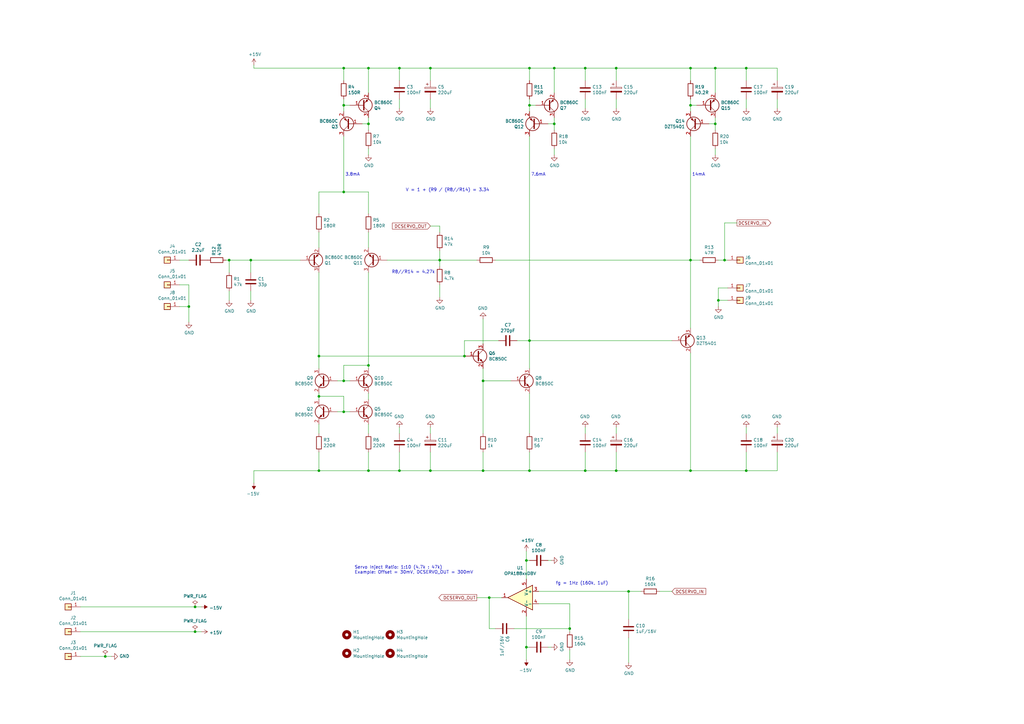
<source format=kicad_sch>
(kicad_sch (version 20211123) (generator eeschema)
  (paper "A3")
  (title_block (title "Discrete Pre-Amp") (date "2022-12-29") (rev "V8 BC850C/BC860C"))
  (lib_symbols
    (symbol "Amplifier_Operational:OPA188xxDBV" (pin_names (offset 0.127))
      (property "Reference" "U" (at 0 5.08 0))
      (property "Value" "OPA188xxDBV" (at 0 -5.08 0))
      (symbol "OPA188xxDBV_0_1"
        (polyline (pts (xy -5.08 5.08) (xy 5.08 0) (xy -5.08 -5.08) (xy -5.08 5.08)) (stroke (width 0.254)) (fill (type background)))
        (pin power_in line (at -2.54 -7.62 90) (length 3.81) (name "V-") (number "2"))
        (pin power_in line (at -2.54 7.62 270) (length 3.81) (name "V+") (number "5"))
      )
      (symbol "OPA188xxDBV_1_1"
        (pin output line (at 7.62 0 180) (length 2.54) (name "~") (number "1"))
        (pin input line (at -7.62 2.54 0) (length 2.54) (name "+") (number "3"))
        (pin input line (at -7.62 -2.54 0) (length 2.54) (name "-") (number "4"))
      )
    )
    (symbol "Connector_Generic:Conn_01x01" (pin_names (offset 1.016) hide)
      (property "Reference" "J" (at 0 2.54 0))
      (property "Value" "Conn_01x01" (at 0 -2.54 0))
      (symbol "Conn_01x01_1_1"
        (rectangle (start -1.27 0.127) (end 0 -0.127) (stroke (width 0.1524)))
        (rectangle (start -1.27 1.27) (end 1.27 -1.27) (stroke (width 0.254)) (fill (type background)))
        (pin passive line (at -5.08 0 0) (length 3.81) (name "Pin_1") (number "1"))
      )
    )
    (symbol "Device:C" (pin_numbers hide) (pin_names (offset 0.254))
      (property "Reference" "C" (at 0.635 2.54 0))
      (property "Value" "C" (at 0.635 -2.54 0))
      (symbol "C_0_1"
        (polyline (pts (xy -2.032 -0.762) (xy 2.032 -0.762)) (stroke (width 0.508)))
        (polyline (pts (xy -2.032 0.762) (xy 2.032 0.762)) (stroke (width 0.508)))
      )
      (symbol "C_1_1"
        (pin passive line (at 0 3.81 270) (length 2.794) (name "~") (number "1"))
        (pin passive line (at 0 -3.81 90) (length 2.794) (name "~") (number "2"))
      )
    )
    (symbol "Device:C_Polarized" (pin_numbers hide) (pin_names (offset 0.254))
      (property "Reference" "C" (at 0.635 2.54 0))
      (property "Value" "C_Polarized" (at 0.635 -2.54 0))
      (symbol "C_Polarized_0_1"
        (rectangle (start -2.286 0.508) (end 2.286 1.016))
        (polyline (pts (xy -1.778 2.286) (xy -0.762 2.286)))
        (polyline (pts (xy -1.27 2.794) (xy -1.27 1.778)))
        (rectangle (start 2.286 -0.508) (end -2.286 -1.016) (fill (type outline)))
      )
      (symbol "C_Polarized_1_1"
        (pin passive line (at 0 3.81 270) (length 2.794) (name "~") (number "1"))
        (pin passive line (at 0 -3.81 90) (length 2.794) (name "~") (number "2"))
      )
    )
    (symbol "Device:R" (pin_numbers hide) (pin_names (offset 0))
      (property "Reference" "R" (at 2.032 0 90))
      (property "Value" "R" (at 0 0 90))
      (symbol "R_0_1"
        (rectangle (start -1.016 -2.54) (end 1.016 2.54) (stroke (width 0.254)))
      )
      (symbol "R_1_1"
        (pin passive line (at 0 3.81 270) (length 1.27) (name "~") (number "1"))
        (pin passive line (at 0 -3.81 90) (length 1.27) (name "~") (number "2"))
      )
    )
    (symbol "Mechanical:MountingHole" (pin_names (offset 1.016))
      (property "Reference" "H" (at 0 5.08 0))
      (property "Value" "MountingHole" (at 0 3.175 0))
      (symbol "MountingHole_0_1"
        (circle (center 0 0) (radius 1.27) (stroke (width 1.27)))
      )
    )
    (symbol "Transistor_BJT:BC850" (pin_names (offset 0) hide)
      (property "Reference" "Q" (at 5.08 1.905 0))
      (property "Value" "BC850" (at 5.08 0 0))
      (symbol "BC850_0_1"
        (polyline (pts (xy 0.635 0.635) (xy 2.54 2.54)))
        (polyline (pts (xy 0.635 -0.635) (xy 2.54 -2.54) (xy 2.54 -2.54)))
        (polyline (pts (xy 0.635 1.905) (xy 0.635 -1.905) (xy 0.635 -1.905)) (stroke (width 0.508)))
        (polyline (pts (xy 1.27 -1.778) (xy 1.778 -1.27) (xy 2.286 -2.286) (xy 1.27 -1.778) (xy 1.27 -1.778)) (fill (type outline)))
        (circle (center 1.27 0) (radius 2.8194) (stroke (width 0.254)))
      )
      (symbol "BC850_1_1"
        (pin input line (at -5.08 0 0) (length 5.715) (name "B") (number "1"))
        (pin passive line (at 2.54 -5.08 90) (length 2.54) (name "E") (number "2"))
        (pin passive line (at 2.54 5.08 270) (length 2.54) (name "C") (number "3"))
      )
    )
    (symbol "Transistor_BJT:BC860" (pin_names (offset 0) hide)
      (property "Reference" "Q" (at 5.08 1.905 0))
      (property "Value" "BC860" (at 5.08 0 0))
      (symbol "BC860_0_1"
        (polyline (pts (xy 0.635 0.635) (xy 2.54 2.54)))
        (polyline (pts (xy 0.635 -0.635) (xy 2.54 -2.54) (xy 2.54 -2.54)))
        (polyline (pts (xy 0.635 1.905) (xy 0.635 -1.905) (xy 0.635 -1.905)) (stroke (width 0.508)))
        (polyline (pts (xy 2.286 -1.778) (xy 1.778 -2.286) (xy 1.27 -1.27) (xy 2.286 -1.778) (xy 2.286 -1.778)) (fill (type outline)))
        (circle (center 1.27 0) (radius 2.8194) (stroke (width 0.254)))
      )
      (symbol "BC860_1_1"
        (pin input line (at -5.08 0 0) (length 5.715) (name "B") (number "1"))
        (pin passive line (at 2.54 -5.08 90) (length 2.54) (name "E") (number "2"))
        (pin passive line (at 2.54 5.08 270) (length 2.54) (name "C") (number "3"))
      )
    )
    (symbol "kicad-snk:DZT5401" (pin_names (offset 0) hide)
      (property "Reference" "Q" (at 5.08 1.905 0))
      (property "Value" "kicad-snk_DZT5401" (at 5.08 0 0))
      (symbol "DZT5401_0_1"
        (polyline (pts (xy 0.635 0.635) (xy 2.54 2.54)))
        (polyline (pts (xy 0.635 -0.635) (xy 2.54 -2.54) (xy 2.54 -2.54)))
        (polyline (pts (xy 0.635 1.905) (xy 0.635 -1.905) (xy 0.635 -1.905)) (stroke (width 0.508)))
        (polyline (pts (xy 2.286 -1.778) (xy 1.778 -2.286) (xy 1.27 -1.27) (xy 2.286 -1.778) (xy 2.286 -1.778)) (fill (type outline)))
        (circle (center 1.27 0) (radius 2.8194) (stroke (width 0.254)))
      )
      (symbol "DZT5401_1_1"
        (pin input line (at -5.08 0 0) (length 5.715) (name "B") (number "1"))
        (pin passive line (at 2.54 5.08 270) (length 2.54) (name "C") (number "2"))
        (pin passive line (at 2.54 -5.08 90) (length 2.54) (name "E") (number "3"))
      )
    )
    (symbol "power:+15V" (power) (pin_names (offset 0))
      (property "Value" "+15V" (at 0 3.556 0))
      (symbol "+15V_0_1"
        (polyline (pts (xy -0.762 1.27) (xy 0 2.54)))
        (polyline (pts (xy 0 0) (xy 0 2.54)))
        (polyline (pts (xy 0 2.54) (xy 0.762 1.27)))
      )
      (symbol "+15V_1_1"
        (pin power_in line (at 0 0 90) (length 0) hide (name "+15V") (number "1"))
      )
    )
    (symbol "power:-15V" (power) (pin_names (offset 0))
      (property "Value" "-15V" (at 0 3.81 0))
      (symbol "-15V_0_0"
        (pin power_in line (at 0 0 90) (length 0) hide (name "-15V") (number "1"))
      )
      (symbol "-15V_0_1"
        (polyline (pts (xy 0 0) (xy 0 1.27) (xy 0.762 1.27) (xy 0 2.54) (xy -0.762 1.27) (xy 0 1.27)) (fill (type outline)))
      )
    )
    (symbol "power:GND" (power) (pin_names (offset 0))
      (property "Value" "GND" (at 0 -3.81 0))
      (symbol "GND_0_1"
        (polyline (pts (xy 0 0) (xy 0 -1.27) (xy 1.27 -1.27) (xy 0 -2.54) (xy -1.27 -1.27) (xy 0 -1.27)))
      )
      (symbol "GND_1_1"
        (pin power_in line (at 0 0 270) (length 0) hide (name "GND") (number "1"))
      )
    )
    (symbol "power:PWR_FLAG" (power) (pin_numbers hide) (pin_names (offset 0) hide)
      (property "Value" "PWR_FLAG" (at 0 3.81 0))
      (symbol "PWR_FLAG_0_0"
        (pin power_out line (at 0 0 90) (length 0) (name "pwr") (number "1"))
      )
      (symbol "PWR_FLAG_0_1"
        (polyline (pts (xy 0 0) (xy 0 1.27) (xy -1.016 1.905) (xy 0 2.54) (xy 1.016 1.905) (xy 0 1.27)))
      )
    )
  )
  (junction (at 140.97 43.18))
  (junction (at 163.83 193.04))
  (junction (at 140.97 168.91))
  (junction (at 80.01 248.92))
  (junction (at 140.97 156.21))
  (junction (at 227.33 27.94))
  (junction (at 151.13 149.86))
  (junction (at 80.01 259.08))
  (junction (at 294.64 123.19))
  (junction (at 227.33 50.8))
  (junction (at 293.37 50.8))
  (junction (at 102.87 106.68))
  (junction (at 130.81 162.56))
  (junction (at 93.98 106.68))
  (junction (at 198.12 156.21))
  (junction (at 297.18 106.68))
  (junction (at 140.97 27.94))
  (junction (at 176.53 27.94))
  (junction (at 283.21 106.68))
  (junction (at 217.17 193.04))
  (junction (at 198.12 193.04))
  (junction (at 240.03 193.04))
  (junction (at 293.37 27.94))
  (junction (at 151.13 193.04))
  (junction (at 217.17 139.7))
  (junction (at 163.83 27.94))
  (junction (at 252.73 193.04))
  (junction (at 240.03 27.94))
  (junction (at 215.9 265.43))
  (junction (at 130.81 193.04))
  (junction (at 215.9 229.87))
  (junction (at 77.47 125.73))
  (junction (at 233.68 257.81))
  (junction (at 151.13 27.94))
  (junction (at 283.21 27.94))
  (junction (at 140.97 78.74))
  (junction (at 130.81 146.05))
  (junction (at 43.18 269.24))
  (junction (at 151.13 50.8))
  (junction (at 257.81 242.57))
  (junction (at 217.17 27.94))
  (junction (at 200.66 245.11))
  (junction (at 306.07 193.04))
  (junction (at 176.53 193.04))
  (junction (at 190.5 146.05))
  (junction (at 217.17 43.18))
  (junction (at 252.73 27.94))
  (junction (at 306.07 27.94))
  (junction (at 283.21 193.04))
  (junction (at 283.21 43.18))
  (junction (at 180.34 106.68))
  (wire (pts (xy 298.45 106.68) (xy 297.18 106.68)))
  (wire (pts (xy 33.02 259.08) (xy 80.01 259.08)))
  (wire (pts (xy 190.5 139.7) (xy 204.47 139.7)))
  (wire (pts (xy 77.47 116.84) (xy 77.47 125.73)))
  (wire (pts (xy 302.26 91.44) (xy 297.18 91.44)))
  (wire (pts (xy 212.09 139.7) (xy 217.17 139.7)))
  (wire (pts (xy 233.68 266.7) (xy 233.68 270.51)))
  (wire (pts (xy 252.73 177.8) (xy 252.73 175.26)))
  (wire (pts (xy 203.2 257.81) (xy 200.66 257.81)))
  (wire (pts (xy 217.17 185.42) (xy 217.17 193.04)))
  (wire (pts (xy 163.83 27.94) (xy 176.53 27.94)))
  (wire (pts (xy 176.53 40.64) (xy 176.53 44.45)))
  (wire (pts (xy 130.81 193.04) (xy 130.81 185.42)))
  (wire (pts (xy 130.81 146.05) (xy 130.81 151.13)))
  (wire (pts (xy 283.21 55.88) (xy 283.21 106.68)))
  (wire (pts (xy 298.45 118.11) (xy 294.64 118.11)))
  (wire (pts (xy 227.33 60.96) (xy 227.33 63.5)))
  (wire (pts (xy 198.12 151.13) (xy 198.12 156.21)))
  (wire (pts (xy 104.14 27.94) (xy 140.97 27.94)))
  (wire (pts (xy 240.03 193.04) (xy 240.03 185.42)))
  (wire (pts (xy 227.33 27.94) (xy 240.03 27.94)))
  (wire (pts (xy 73.66 125.73) (xy 77.47 125.73)))
  (wire (pts (xy 217.17 229.87) (xy 215.9 229.87)))
  (wire (pts (xy 233.68 259.08) (xy 233.68 257.81)))
  (wire (pts (xy 195.58 245.11) (xy 200.66 245.11)))
  (wire (pts (xy 217.17 27.94) (xy 217.17 33.02)))
  (wire (pts (xy 217.17 43.18) (xy 219.71 43.18)))
  (wire (pts (xy 252.73 33.02) (xy 252.73 27.94)))
  (wire (pts (xy 151.13 193.04) (xy 130.81 193.04)))
  (wire (pts (xy 140.97 78.74) (xy 130.81 78.74)))
  (wire (pts (xy 217.17 27.94) (xy 227.33 27.94)))
  (wire (pts (xy 293.37 27.94) (xy 293.37 38.1)))
  (wire (pts (xy 138.43 168.91) (xy 140.97 168.91)))
  (wire (pts (xy 198.12 193.04) (xy 217.17 193.04)))
  (wire (pts (xy 151.13 78.74) (xy 140.97 78.74)))
  (wire (pts (xy 270.51 242.57) (xy 275.59 242.57)))
  (wire (pts (xy 240.03 27.94) (xy 252.73 27.94)))
  (wire (pts (xy 130.81 177.8) (xy 130.81 173.99)))
  (wire (pts (xy 220.98 242.57) (xy 257.81 242.57)))
  (wire (pts (xy 293.37 27.94) (xy 306.07 27.94)))
  (wire (pts (xy 140.97 27.94) (xy 151.13 27.94)))
  (wire (pts (xy 180.34 106.68) (xy 195.58 106.68)))
  (wire (pts (xy 138.43 156.21) (xy 140.97 156.21)))
  (wire (pts (xy 151.13 27.94) (xy 151.13 38.1)))
  (wire (pts (xy 210.82 257.81) (xy 233.68 257.81)))
  (wire (pts (xy 240.03 177.8) (xy 240.03 175.26)))
  (wire (pts (xy 140.97 156.21) (xy 143.51 156.21)))
  (wire (pts (xy 104.14 198.12) (xy 104.14 193.04)))
  (wire (pts (xy 102.87 111.76) (xy 102.87 106.68)))
  (wire (pts (xy 293.37 60.96) (xy 293.37 63.5)))
  (wire (pts (xy 140.97 43.18) (xy 140.97 45.72)))
  (wire (pts (xy 73.66 106.68) (xy 77.47 106.68)))
  (wire (pts (xy 151.13 87.63) (xy 151.13 78.74)))
  (wire (pts (xy 290.83 50.8) (xy 293.37 50.8)))
  (wire (pts (xy 283.21 27.94) (xy 283.21 33.02)))
  (wire (pts (xy 158.75 106.68) (xy 180.34 106.68)))
  (wire (pts (xy 77.47 116.84) (xy 73.66 116.84)))
  (wire (pts (xy 140.97 43.18) (xy 143.51 43.18)))
  (wire (pts (xy 151.13 161.29) (xy 151.13 163.83)))
  (wire (pts (xy 163.83 193.04) (xy 176.53 193.04)))
  (wire (pts (xy 227.33 48.26) (xy 227.33 50.8)))
  (wire (pts (xy 306.07 177.8) (xy 306.07 175.26)))
  (wire (pts (xy 217.17 193.04) (xy 240.03 193.04)))
  (wire (pts (xy 130.81 162.56) (xy 140.97 162.56)))
  (wire (pts (xy 306.07 193.04) (xy 306.07 185.42)))
  (wire (pts (xy 209.55 156.21) (xy 198.12 156.21)))
  (wire (pts (xy 151.13 27.94) (xy 163.83 27.94)))
  (wire (pts (xy 217.17 151.13) (xy 217.17 139.7)))
  (wire (pts (xy 198.12 140.97) (xy 198.12 130.81)))
  (wire (pts (xy 176.53 193.04) (xy 176.53 185.42)))
  (wire (pts (xy 283.21 106.68) (xy 283.21 134.62)))
  (wire (pts (xy 215.9 265.43) (xy 215.9 270.51)))
  (wire (pts (xy 93.98 123.19) (xy 93.98 119.38)))
  (wire (pts (xy 151.13 149.86) (xy 151.13 151.13)))
  (wire (pts (xy 318.77 177.8) (xy 318.77 175.26)))
  (wire (pts (xy 318.77 40.64) (xy 318.77 44.45)))
  (wire (pts (xy 200.66 257.81) (xy 200.66 245.11)))
  (wire (pts (xy 151.13 193.04) (xy 163.83 193.04)))
  (wire (pts (xy 297.18 91.44) (xy 297.18 106.68)))
  (wire (pts (xy 227.33 50.8) (xy 227.33 53.34)))
  (wire (pts (xy 180.34 109.22) (xy 180.34 106.68)))
  (wire (pts (xy 163.83 33.02) (xy 163.83 27.94)))
  (wire (pts (xy 93.98 106.68) (xy 102.87 106.68)))
  (wire (pts (xy 130.81 78.74) (xy 130.81 87.63)))
  (wire (pts (xy 224.79 50.8) (xy 227.33 50.8)))
  (wire (pts (xy 283.21 193.04) (xy 306.07 193.04)))
  (wire (pts (xy 217.17 139.7) (xy 275.59 139.7)))
  (wire (pts (xy 318.77 27.94) (xy 306.07 27.94)))
  (wire (pts (xy 215.9 252.73) (xy 215.9 265.43)))
  (wire (pts (xy 252.73 193.04) (xy 240.03 193.04)))
  (wire (pts (xy 163.83 177.8) (xy 163.83 175.26)))
  (wire (pts (xy 140.97 40.64) (xy 140.97 43.18)))
  (wire (pts (xy 226.06 265.43) (xy 224.79 265.43)))
  (wire (pts (xy 226.06 229.87) (xy 224.79 229.87)))
  (wire (pts (xy 102.87 106.68) (xy 123.19 106.68)))
  (wire (pts (xy 240.03 33.02) (xy 240.03 27.94)))
  (wire (pts (xy 151.13 111.76) (xy 151.13 149.86)))
  (wire (pts (xy 217.17 43.18) (xy 217.17 45.72)))
  (wire (pts (xy 180.34 95.25) (xy 180.34 92.71)))
  (wire (pts (xy 217.17 161.29) (xy 217.17 177.8)))
  (wire (pts (xy 306.07 33.02) (xy 306.07 27.94)))
  (wire (pts (xy 252.73 40.64) (xy 252.73 44.45)))
  (wire (pts (xy 287.02 106.68) (xy 283.21 106.68)))
  (wire (pts (xy 293.37 48.26) (xy 293.37 50.8)))
  (wire (pts (xy 198.12 156.21) (xy 198.12 177.8)))
  (wire (pts (xy 180.34 116.84) (xy 180.34 121.92)))
  (wire (pts (xy 318.77 33.02) (xy 318.77 27.94)))
  (wire (pts (xy 176.53 27.94) (xy 217.17 27.94)))
  (wire (pts (xy 198.12 185.42) (xy 198.12 193.04)))
  (wire (pts (xy 293.37 50.8) (xy 293.37 53.34)))
  (wire (pts (xy 140.97 162.56) (xy 140.97 168.91)))
  (wire (pts (xy 252.73 193.04) (xy 252.73 185.42)))
  (wire (pts (xy 298.45 123.19) (xy 294.64 123.19)))
  (wire (pts (xy 180.34 102.87) (xy 180.34 106.68)))
  (wire (pts (xy 140.97 27.94) (xy 140.97 33.02)))
  (wire (pts (xy 283.21 40.64) (xy 283.21 43.18)))
  (wire (pts (xy 163.83 193.04) (xy 163.83 185.42)))
  (wire (pts (xy 180.34 92.71) (xy 176.53 92.71)))
  (wire (pts (xy 43.18 269.24) (xy 45.72 269.24)))
  (wire (pts (xy 283.21 144.78) (xy 283.21 193.04)))
  (wire (pts (xy 151.13 101.6) (xy 151.13 95.25)))
  (wire (pts (xy 102.87 123.19) (xy 102.87 119.38)))
  (wire (pts (xy 77.47 125.73) (xy 77.47 132.08)))
  (wire (pts (xy 130.81 101.6) (xy 130.81 95.25)))
  (wire (pts (xy 151.13 185.42) (xy 151.13 193.04)))
  (wire (pts (xy 318.77 193.04) (xy 306.07 193.04)))
  (wire (pts (xy 176.53 177.8) (xy 176.53 175.26)))
  (wire (pts (xy 233.68 257.81) (xy 233.68 247.65)))
  (wire (pts (xy 318.77 193.04) (xy 318.77 185.42)))
  (wire (pts (xy 104.14 27.94) (xy 104.14 26.67)))
  (wire (pts (xy 130.81 111.76) (xy 130.81 146.05)))
  (wire (pts (xy 151.13 50.8) (xy 151.13 53.34)))
  (wire (pts (xy 130.81 162.56) (xy 130.81 163.83)))
  (wire (pts (xy 217.17 55.88) (xy 217.17 139.7)))
  (wire (pts (xy 80.01 259.08) (xy 82.55 259.08)))
  (wire (pts (xy 252.73 27.94) (xy 283.21 27.94)))
  (wire (pts (xy 257.81 254) (xy 257.81 242.57)))
  (wire (pts (xy 306.07 44.45) (xy 306.07 40.64)))
  (wire (pts (xy 215.9 226.06) (xy 215.9 229.87)))
  (wire (pts (xy 93.98 111.76) (xy 93.98 106.68)))
  (wire (pts (xy 130.81 146.05) (xy 190.5 146.05)))
  (wire (pts (xy 33.02 269.24) (xy 43.18 269.24)))
  (wire (pts (xy 130.81 161.29) (xy 130.81 162.56)))
  (wire (pts (xy 233.68 247.65) (xy 220.98 247.65)))
  (wire (pts (xy 283.21 27.94) (xy 293.37 27.94)))
  (wire (pts (xy 163.83 44.45) (xy 163.83 40.64)))
  (wire (pts (xy 217.17 265.43) (xy 215.9 265.43)))
  (wire (pts (xy 203.2 106.68) (xy 283.21 106.68)))
  (wire (pts (xy 190.5 139.7) (xy 190.5 146.05)))
  (wire (pts (xy 257.81 242.57) (xy 262.89 242.57)))
  (wire (pts (xy 294.64 118.11) (xy 294.64 123.19)))
  (wire (pts (xy 151.13 48.26) (xy 151.13 50.8)))
  (wire (pts (xy 140.97 55.88) (xy 140.97 78.74)))
  (wire (pts (xy 252.73 193.04) (xy 283.21 193.04)))
  (wire (pts (xy 217.17 40.64) (xy 217.17 43.18)))
  (wire (pts (xy 140.97 156.21) (xy 140.97 149.86)))
  (wire (pts (xy 151.13 177.8) (xy 151.13 173.99)))
  (wire (pts (xy 227.33 27.94) (xy 227.33 38.1)))
  (wire (pts (xy 215.9 229.87) (xy 215.9 237.49)))
  (wire (pts (xy 33.02 248.92) (xy 80.01 248.92)))
  (wire (pts (xy 140.97 149.86) (xy 151.13 149.86)))
  (wire (pts (xy 176.53 193.04) (xy 198.12 193.04)))
  (wire (pts (xy 283.21 43.18) (xy 283.21 45.72)))
  (wire (pts (xy 240.03 44.45) (xy 240.03 40.64)))
  (wire (pts (xy 140.97 168.91) (xy 143.51 168.91)))
  (wire (pts (xy 297.18 106.68) (xy 294.64 106.68)))
  (wire (pts (xy 294.64 123.19) (xy 294.64 125.73)))
  (wire (pts (xy 200.66 245.11) (xy 205.74 245.11)))
  (wire (pts (xy 283.21 43.18) (xy 285.75 43.18)))
  (wire (pts (xy 80.01 248.92) (xy 82.55 248.92)))
  (wire (pts (xy 92.71 106.68) (xy 93.98 106.68)))
  (wire (pts (xy 176.53 33.02) (xy 176.53 27.94)))
  (wire (pts (xy 104.14 193.04) (xy 130.81 193.04)))
  (wire (pts (xy 257.81 271.78) (xy 257.81 261.62)))
  (wire (pts (xy 151.13 60.96) (xy 151.13 63.5)))
  (wire (pts (xy 148.59 50.8) (xy 151.13 50.8)))
  (text "fg = 1Hz (160k, 1uF)" (at 227.965 240.03 0) (effects (font (size 1.27 1.27)) (justify left bottom)))
  (text "R8//R14 = 4.27k" (at 160.655 112.395 0) (effects (font (size 1.27 1.27)) (justify left bottom)))
  (text "14mA" (at 283.845 72.39 0) (effects (font (size 1.27 1.27)) (justify left bottom)))
  (text "3.8mA" (at 141.605 72.39 0) (effects (font (size 1.27 1.27)) (justify left bottom)))
  (text "V = 1 + (R9 / (R8//R14) = 3.34" (at 166.37 78.74 0) (effects (font (size 1.27 1.27)) (justify left bottom)))
  (text "Servo Inject Ratio: 1:10 (4.7k : 47k)\nExample: Offset = 30mV, DCSERVO_OUT = 300mV" (at 145.415 235.585 0) (effects (font (size 1.27 1.27)) (justify left bottom)))
  (text "7.6mA" (at 217.805 72.39 0) (effects (font (size 1.27 1.27)) (justify left bottom)))
  (global_label "DCSERVO_IN" (shape output) (at 302.26 91.44 0) (property "Intersheet References" "${INTERSHEET_REFS}" (effects hide)))
  (global_label "DCSERVO_IN" (shape input) (at 275.59 242.57 0) (property "Intersheet References" "${INTERSHEET_REFS}" (effects hide)))
  (global_label "DCSERVO_OUT" (shape output) (at 195.58 245.11 180) (property "Intersheet References" "${INTERSHEET_REFS}" (effects hide)))
  (global_label "DCSERVO_OUT" (shape input) (at 176.53 92.71 180) (property "Intersheet References" "${INTERSHEET_REFS}" (effects hide)))
  (symbol (lib_id "Device:R") (at 151.13 181.61 0) (unit 1)
    (property "Reference" "R6" (at 152.908 180.4416 0) (effects (justify left)))
    (property "Value" "220R" (at 152.908 182.753 0) (effects (justify left)))
    (property "Footprint" "Resistor_SMD:R_0805_2012Metric_Pad1.20x1.40mm_HandSolder" (effects hide))
  )
  (symbol (lib_id "Device:C") (at 81.28 106.68 270) (unit 1)
    (property "Reference" "C2" (at 81.28 100.2792 90))
    (property "Value" "2.2uF" (at 81.28 102.5906 90))
    (property "Footprint" "Capacitor_THT:C_Rect_L7.2mm_W7.2mm_P5.00mm_FKS2_FKP2_MKS2_MKP2" (effects hide))
  )
  (symbol (lib_id "power:GND") (at 93.98 123.19 0) (unit 1)
    (property "Reference" "#PWR09" (effects hide))
    (property "Value" "GND" (at 94.107 127.5842 0))
  )
  (symbol (lib_id "Device:R") (at 130.81 181.61 0) (unit 1)
    (property "Reference" "R3" (at 132.588 180.4416 0) (effects (justify left)))
    (property "Value" "220R" (at 132.588 182.753 0) (effects (justify left)))
    (property "Footprint" "Resistor_SMD:R_0805_2012Metric_Pad1.20x1.40mm_HandSolder" (effects hide))
  )
  (symbol (lib_id "Device:R") (at 93.98 115.57 0) (unit 1)
    (property "Reference" "R1" (at 95.758 114.4016 0) (effects (justify left)))
    (property "Value" "47k" (at 95.758 116.713 0) (effects (justify left)))
    (property "Footprint" "Resistor_SMD:R_0805_2012Metric_Pad1.20x1.40mm_HandSolder" (effects hide))
  )
  (symbol (lib_id "Device:R") (at 180.34 113.03 0) (unit 1)
    (property "Reference" "R8" (at 182.118 111.8616 0) (effects (justify left)))
    (property "Value" "4.7k" (at 182.118 114.173 0) (effects (justify left)))
    (property "Footprint" "Resistor_SMD:R_0805_2012Metric_Pad1.20x1.40mm_HandSolder" (effects hide))
  )
  (symbol (lib_id "Device:R") (at 199.39 106.68 270) (unit 1)
    (property "Reference" "R9" (at 199.39 101.4222 90))
    (property "Value" "10k" (at 199.39 103.7336 90))
    (property "Footprint" "Resistor_SMD:R_0805_2012Metric_Pad1.20x1.40mm_HandSolder" (effects hide))
  )
  (symbol (lib_id "Device:R") (at 130.81 91.44 0) (unit 1)
    (property "Reference" "R2" (at 132.588 90.2716 0) (effects (justify left)))
    (property "Value" "180R" (at 132.588 92.583 0) (effects (justify left)))
    (property "Footprint" "Resistor_SMD:R_0805_2012Metric_Pad1.20x1.40mm_HandSolder" (effects hide))
  )
  (symbol (lib_id "Device:R") (at 151.13 91.44 0) (unit 1)
    (property "Reference" "R5" (at 152.908 90.2716 0) (effects (justify left)))
    (property "Value" "180R" (at 152.908 92.583 0) (effects (justify left)))
    (property "Footprint" "Resistor_SMD:R_0805_2012Metric_Pad1.20x1.40mm_HandSolder" (effects hide))
  )
  (symbol (lib_id "Transistor_BJT:BC860") (at 224.79 43.18 0) (mirror x) (unit 1)
    (property "Reference" "Q7" (at 229.6414 44.3484 0) (effects (justify left)))
    (property "Value" "BC860C" (at 229.6414 42.037 0) (effects (justify left)))
    (property "Footprint" "Package_TO_SOT_SMD:SOT-23" (effects hide))
    (property "Datasheet" "http://www.infineon.com/dgdl/Infineon-BC857SERIES_BC858SERIES_BC859SERIES_BC860SERIES-DS-v01_01-en.pdf?fileId=db3a304314dca389011541da0e3a1661" (effects hide))
  )
  (symbol (lib_id "Device:R") (at 217.17 36.83 0) (unit 1)
    (property "Reference" "R11" (at 218.948 35.6616 0) (effects (justify left)))
    (property "Value" "75R" (at 218.948 37.973 0) (effects (justify left)))
    (property "Footprint" "Resistor_SMD:R_0805_2012Metric_Pad1.20x1.40mm_HandSolder" (effects hide))
  )
  (symbol (lib_id "Transistor_BJT:BC850") (at 195.58 146.05 0) (unit 1)
    (property "Reference" "Q6" (at 200.4314 144.8816 0) (effects (justify left)))
    (property "Value" "BC850C" (at 200.4314 147.193 0) (effects (justify left)))
    (property "Footprint" "Package_TO_SOT_SMD:SOT-23" (effects hide))
    (property "Datasheet" "http://www.infineon.com/dgdl/Infineon-BC847SERIES_BC848SERIES_BC849SERIES_BC850SERIES-DS-v01_01-en.pdf?fileId=db3a304314dca389011541d4630a1657" (effects hide))
  )
  (symbol (lib_id "Transistor_BJT:BC850") (at 214.63 156.21 0) (unit 1)
    (property "Reference" "Q8" (at 219.4814 155.0416 0) (effects (justify left)))
    (property "Value" "BC850C" (at 219.4814 157.353 0) (effects (justify left)))
    (property "Footprint" "Package_TO_SOT_SMD:SOT-23" (effects hide))
    (property "Datasheet" "http://www.infineon.com/dgdl/Infineon-BC847SERIES_BC848SERIES_BC849SERIES_BC850SERIES-DS-v01_01-en.pdf?fileId=db3a304314dca389011541d4630a1657" (effects hide))
  )
  (symbol (lib_id "Device:R") (at 198.12 181.61 0) (unit 1)
    (property "Reference" "R10" (at 199.898 180.4416 0) (effects (justify left)))
    (property "Value" "1k" (at 199.898 182.753 0) (effects (justify left)))
    (property "Footprint" "Resistor_SMD:R_0805_2012Metric_Pad1.20x1.40mm_HandSolder" (effects hide))
  )
  (symbol (lib_id "power:GND") (at 180.34 121.92 0) (unit 1)
    (property "Reference" "#PWR013" (effects hide))
    (property "Value" "GND" (at 180.467 126.3142 0))
  )
  (symbol (lib_id "Device:C") (at 208.28 139.7 270) (unit 1)
    (property "Reference" "C7" (at 208.28 133.2992 90))
    (property "Value" "270pF" (at 208.28 135.6106 90))
    (property "Footprint" "Capacitor_SMD:C_0805_2012Metric_Pad1.18x1.45mm_HandSolder" (effects hide))
  )
  (symbol (lib_id "power:GND") (at 198.12 130.81 180) (unit 1)
    (property "Reference" "#PWR014" (effects hide))
    (property "Value" "GND" (at 197.993 126.4158 0))
  )
  (symbol (lib_id "power:GND") (at 77.47 132.08 0) (unit 1)
    (property "Reference" "#PWR04" (effects hide))
    (property "Value" "GND" (at 77.597 136.4742 0))
  )
  (symbol (lib_id "Mechanical:MountingHole") (at 142.24 260.35 0) (unit 1)
    (property "Reference" "H1" (at 144.78 259.1816 0) (effects (justify left)))
    (property "Value" "MountingHole" (at 144.78 261.493 0) (effects (justify left)))
    (property "Footprint" "MountingHole:MountingHole_3.2mm_M3" (effects hide))
  )
  (symbol (lib_id "Mechanical:MountingHole") (at 160.02 260.35 0) (unit 1)
    (property "Reference" "H3" (at 162.56 259.1816 0) (effects (justify left)))
    (property "Value" "MountingHole" (at 162.56 261.493 0) (effects (justify left)))
    (property "Footprint" "MountingHole:MountingHole_3.2mm_M3" (effects hide))
  )
  (symbol (lib_id "Mechanical:MountingHole") (at 142.24 267.97 0) (unit 1)
    (property "Reference" "H2" (at 144.78 266.8016 0) (effects (justify left)))
    (property "Value" "MountingHole" (at 144.78 269.113 0) (effects (justify left)))
    (property "Footprint" "MountingHole:MountingHole_3.2mm_M3" (effects hide))
  )
  (symbol (lib_id "Mechanical:MountingHole") (at 160.02 267.97 0) (unit 1)
    (property "Reference" "H4" (at 162.56 266.8016 0) (effects (justify left)))
    (property "Value" "MountingHole" (at 162.56 269.113 0) (effects (justify left)))
    (property "Footprint" "MountingHole:MountingHole_3.2mm_M3" (effects hide))
  )
  (symbol (lib_id "Connector_Generic:Conn_01x01") (at 68.58 106.68 180) (unit 1)
    (property "Reference" "J4" (at 70.6628 100.965 0))
    (property "Value" "Conn_01x01" (at 70.6628 103.2764 0))
    (property "Footprint" "Connector_Pin:Pin_D1.0mm_L10.0mm" (effects hide))
  )
  (symbol (lib_id "Connector_Generic:Conn_01x01") (at 68.58 116.84 180) (unit 1)
    (property "Reference" "J5" (at 70.6628 111.125 0))
    (property "Value" "Conn_01x01" (at 70.6628 113.4364 0))
    (property "Footprint" "Connector_Pin:Pin_D1.0mm_L10.0mm" (effects hide))
  )
  (symbol (lib_id "power:+15V") (at 104.14 26.67 0) (unit 1)
    (property "Reference" "#PWR05" (effects hide))
    (property "Value" "+15V" (at 104.521 22.2758 0))
  )
  (symbol (lib_id "power:-15V") (at 104.14 198.12 180) (unit 1)
    (property "Reference" "#PWR08" (effects hide))
    (property "Value" "-15V" (at 103.759 202.5142 0))
  )
  (symbol (lib_id "Connector_Generic:Conn_01x01") (at 303.53 106.68 0) (unit 1)
    (property "Reference" "J6" (at 305.562 105.6132 0) (effects (justify left)))
    (property "Value" "Conn_01x01" (at 305.562 107.9246 0) (effects (justify left)))
    (property "Footprint" "Connector_Pin:Pin_D1.0mm_L10.0mm" (effects hide))
  )
  (symbol (lib_id "Connector_Generic:Conn_01x01") (at 303.53 118.11 0) (unit 1)
    (property "Reference" "J7" (at 305.562 117.0432 0) (effects (justify left)))
    (property "Value" "Conn_01x01" (at 305.562 119.3546 0) (effects (justify left)))
    (property "Footprint" "Connector_Pin:Pin_D1.0mm_L10.0mm" (effects hide))
  )
  (symbol (lib_id "Device:R") (at 290.83 106.68 270) (unit 1)
    (property "Reference" "R13" (at 290.83 101.4222 90))
    (property "Value" "47R" (at 290.83 103.7336 90))
    (property "Footprint" "Resistor_SMD:R_0805_2012Metric_Pad1.20x1.40mm_HandSolder" (effects hide))
  )
  (symbol (lib_id "power:GND") (at 294.64 125.73 0) (unit 1)
    (property "Reference" "#PWR015" (effects hide))
    (property "Value" "GND" (at 294.767 130.1242 0))
  )
  (symbol (lib_id "Connector_Generic:Conn_01x01") (at 27.94 259.08 180) (unit 1)
    (property "Reference" "J2" (at 30.0228 253.365 0))
    (property "Value" "Conn_01x01" (at 30.0228 255.6764 0))
    (property "Footprint" "Connector_Pin:Pin_D1.0mm_L10.0mm" (effects hide))
  )
  (symbol (lib_id "Connector_Generic:Conn_01x01") (at 27.94 269.24 180) (unit 1)
    (property "Reference" "J3" (at 30.0228 263.525 0))
    (property "Value" "Conn_01x01" (at 30.0228 265.8364 0))
    (property "Footprint" "Connector_Pin:Pin_D1.0mm_L10.0mm" (effects hide))
  )
  (symbol (lib_id "Connector_Generic:Conn_01x01") (at 27.94 248.92 180) (unit 1)
    (property "Reference" "J1" (at 30.0228 243.205 0))
    (property "Value" "Conn_01x01" (at 30.0228 245.5164 0))
    (property "Footprint" "Connector_Pin:Pin_D1.0mm_L10.0mm" (effects hide))
  )
  (symbol (lib_id "power:GND") (at 45.72 269.24 90) (unit 1)
    (property "Reference" "#PWR0101" (effects hide))
    (property "Value" "GND" (at 48.9712 269.113 90) (effects (justify right)))
  )
  (symbol (lib_id "power:+15V") (at 82.55 259.08 270) (unit 1)
    (property "Reference" "#PWR0102" (effects hide))
    (property "Value" "+15V" (at 85.8012 259.461 90) (effects (justify left)))
  )
  (symbol (lib_id "power:-15V") (at 82.55 248.92 270) (unit 1)
    (property "Reference" "#PWR0103" (effects hide))
    (property "Value" "-15V" (at 85.8012 249.301 90) (effects (justify left)))
  )
  (symbol (lib_id "power:PWR_FLAG") (at 43.18 269.24 0) (unit 1)
    (property "Reference" "#FLG0101" (effects hide))
    (property "Value" "PWR_FLAG" (at 43.18 264.8458 0))
  )
  (symbol (lib_id "power:PWR_FLAG") (at 80.01 248.92 0) (unit 1)
    (property "Reference" "#FLG0102" (effects hide))
    (property "Value" "PWR_FLAG" (at 80.01 244.5258 0))
  )
  (symbol (lib_id "power:PWR_FLAG") (at 80.01 259.08 0) (unit 1)
    (property "Reference" "#FLG0103" (effects hide))
    (property "Value" "PWR_FLAG" (at 80.01 254.6858 0))
  )
  (symbol (lib_id "Transistor_BJT:BC860") (at 143.51 50.8 180) (unit 1)
    (property "Reference" "Q3" (at 138.6586 51.9684 0) (effects (justify left)))
    (property "Value" "BC860C" (at 138.6586 49.657 0) (effects (justify left)))
    (property "Footprint" "Package_TO_SOT_SMD:SOT-23" (effects hide))
    (property "Datasheet" "http://www.infineon.com/dgdl/Infineon-BC857SERIES_BC858SERIES_BC859SERIES_BC860SERIES-DS-v01_01-en.pdf?fileId=db3a304314dca389011541da0e3a1661" (effects hide))
  )
  (symbol (lib_id "Transistor_BJT:BC860") (at 148.59 43.18 0) (mirror x) (unit 1)
    (property "Reference" "Q4" (at 153.4414 44.3484 0) (effects (justify left)))
    (property "Value" "BC860C" (at 153.4414 42.037 0) (effects (justify left)))
    (property "Footprint" "Package_TO_SOT_SMD:SOT-23" (effects hide))
    (property "Datasheet" "http://www.infineon.com/dgdl/Infineon-BC857SERIES_BC858SERIES_BC859SERIES_BC860SERIES-DS-v01_01-en.pdf?fileId=db3a304314dca389011541da0e3a1661" (effects hide))
  )
  (symbol (lib_id "Device:R") (at 266.7 242.57 270) (unit 1)
    (property "Reference" "R16" (at 266.7 237.3122 90))
    (property "Value" "160k" (at 266.7 239.6236 90))
    (property "Footprint" "Resistor_SMD:R_0805_2012Metric_Pad1.20x1.40mm_HandSolder" (effects hide))
  )
  (symbol (lib_id "Device:C") (at 257.81 257.81 180) (unit 1)
    (property "Reference" "C10" (at 260.731 256.6416 0) (effects (justify right)))
    (property "Value" "1uF/16V" (at 260.731 258.953 0) (effects (justify right)))
    (property "Footprint" "Capacitor_SMD:C_1210_3225Metric_Pad1.33x2.70mm_HandSolder" (effects hide))
  )
  (symbol (lib_id "Device:R") (at 233.68 262.89 0) (unit 1)
    (property "Reference" "R15" (at 235.458 261.7216 0) (effects (justify left)))
    (property "Value" "160k" (at 235.458 264.033 0) (effects (justify left)))
    (property "Footprint" "Resistor_SMD:R_0805_2012Metric_Pad1.20x1.40mm_HandSolder" (effects hide))
  )
  (symbol (lib_id "Device:C") (at 207.01 257.81 90) (unit 1)
    (property "Reference" "C6" (at 208.1784 260.731 0) (effects (justify right)))
    (property "Value" "1uF/16V" (at 205.867 260.731 0) (effects (justify right)))
    (property "Footprint" "Capacitor_SMD:C_1210_3225Metric_Pad1.33x2.70mm_HandSolder" (effects hide))
  )
  (symbol (lib_id "Device:C") (at 220.98 229.87 270) (unit 1)
    (property "Reference" "C8" (at 220.98 223.4692 90))
    (property "Value" "100nF" (at 220.98 225.7806 90))
    (property "Footprint" "Capacitor_SMD:C_0603_1608Metric_Pad1.08x0.95mm_HandSolder" (effects hide))
  )
  (symbol (lib_id "power:+15V") (at 215.9 226.06 0) (unit 1)
    (property "Reference" "#PWR0104" (effects hide))
    (property "Value" "+15V" (at 216.281 221.6658 0))
  )
  (symbol (lib_id "power:-15V") (at 215.9 270.51 180) (unit 1)
    (property "Reference" "#PWR0105" (effects hide))
    (property "Value" "-15V" (at 215.519 274.9042 0))
  )
  (symbol (lib_id "Device:C") (at 220.98 265.43 270) (unit 1)
    (property "Reference" "C9" (at 220.98 259.0292 90))
    (property "Value" "100nF" (at 220.98 261.3406 90))
    (property "Footprint" "Capacitor_SMD:C_0603_1608Metric_Pad1.08x0.95mm_HandSolder" (effects hide))
  )
  (symbol (lib_id "power:GND") (at 226.06 265.43 90) (unit 1)
    (property "Reference" "#PWR0106" (effects hide))
    (property "Value" "GND" (at 230.4542 265.303 0))
  )
  (symbol (lib_id "power:GND") (at 233.68 270.51 0) (unit 1)
    (property "Reference" "#PWR0107" (effects hide))
    (property "Value" "GND" (at 233.807 274.9042 0))
  )
  (symbol (lib_id "power:GND") (at 257.81 271.78 0) (unit 1)
    (property "Reference" "#PWR0108" (effects hide))
    (property "Value" "GND" (at 257.937 276.1742 0))
  )
  (symbol (lib_id "Amplifier_Operational:OPA188xxDBV") (at 213.36 245.11 0) (mirror y) (unit 1)
    (property "Reference" "U1" (at 213.36 232.8926 0))
    (property "Value" "OPA188xxDBV" (at 213.36 235.204 0))
    (property "Footprint" "Package_TO_SOT_SMD:TSOT-23-5" (effects hide))
    (property "Datasheet" "http://www.ti.com/lit/ds/symlink/opa188.pdf" (effects hide))
  )
  (symbol (lib_id "power:GND") (at 226.06 229.87 90) (unit 1)
    (property "Reference" "#PWR0109" (effects hide))
    (property "Value" "GND" (at 230.4542 229.743 0))
  )
  (symbol (lib_id "Device:R") (at 180.34 99.06 0) (unit 1)
    (property "Reference" "R14" (at 182.118 97.8916 0) (effects (justify left)))
    (property "Value" "47k" (at 182.118 100.203 0) (effects (justify left)))
    (property "Footprint" "Resistor_SMD:R_0805_2012Metric_Pad1.20x1.40mm_HandSolder" (effects hide))
  )
  (symbol (lib_id "Device:R") (at 140.97 36.83 0) (unit 1)
    (property "Reference" "R4" (at 142.748 35.6616 0) (effects (justify left)))
    (property "Value" "150R" (at 142.748 37.973 0) (effects (justify left)))
    (property "Footprint" "Resistor_SMD:R_0805_2012Metric_Pad1.20x1.40mm_HandSolder" (effects hide))
  )
  (symbol (lib_id "Device:R") (at 151.13 57.15 0) (unit 1)
    (property "Reference" "R7" (at 152.908 55.9816 0) (effects (justify left)))
    (property "Value" "10k" (at 152.908 58.293 0) (effects (justify left)))
    (property "Footprint" "Resistor_SMD:R_0805_2012Metric_Pad1.20x1.40mm_HandSolder" (effects hide))
  )
  (symbol (lib_id "power:GND") (at 151.13 63.5 0) (unit 1)
    (property "Reference" "#PWR0110" (effects hide))
    (property "Value" "GND" (at 151.257 67.8942 0))
  )
  (symbol (lib_id "Transistor_BJT:BC850") (at 133.35 168.91 0) (mirror y) (unit 1)
    (property "Reference" "Q2" (at 128.4986 167.7416 0) (effects (justify left)))
    (property "Value" "BC850C" (at 128.4986 170.053 0) (effects (justify left)))
    (property "Footprint" "Package_TO_SOT_SMD:SOT-23" (effects hide))
    (property "Datasheet" "http://www.infineon.com/dgdl/Infineon-BC847SERIES_BC848SERIES_BC849SERIES_BC850SERIES-DS-v01_01-en.pdf?fileId=db3a304314dca389011541d4630a1657" (effects hide))
  )
  (symbol (lib_id "Transistor_BJT:BC850") (at 148.59 168.91 0) (unit 1)
    (property "Reference" "Q5" (at 153.4414 167.7416 0) (effects (justify left)))
    (property "Value" "BC850C" (at 153.4414 170.053 0) (effects (justify left)))
    (property "Footprint" "Package_TO_SOT_SMD:SOT-23" (effects hide))
    (property "Datasheet" "http://www.infineon.com/dgdl/Infineon-BC847SERIES_BC848SERIES_BC849SERIES_BC850SERIES-DS-v01_01-en.pdf?fileId=db3a304314dca389011541d4630a1657" (effects hide))
  )
  (symbol (lib_id "Transistor_BJT:BC860") (at 153.67 106.68 180) (unit 1)
    (property "Reference" "Q11" (at 148.8186 107.8484 0) (effects (justify left)))
    (property "Value" "BC860C" (at 148.8186 105.537 0) (effects (justify left)))
    (property "Footprint" "Package_TO_SOT_SMD:SOT-23" (effects hide))
    (property "Datasheet" "http://www.infineon.com/dgdl/Infineon-BC857SERIES_BC858SERIES_BC859SERIES_BC860SERIES-DS-v01_01-en.pdf?fileId=db3a304314dca389011541da0e3a1661" (effects hide))
  )
  (symbol (lib_id "Transistor_BJT:BC860") (at 128.27 106.68 0) (mirror x) (unit 1)
    (property "Reference" "Q1" (at 133.1214 107.8484 0) (effects (justify left)))
    (property "Value" "BC860C" (at 133.1214 105.537 0) (effects (justify left)))
    (property "Footprint" "Package_TO_SOT_SMD:SOT-23" (effects hide))
    (property "Datasheet" "http://www.infineon.com/dgdl/Infineon-BC857SERIES_BC858SERIES_BC859SERIES_BC860SERIES-DS-v01_01-en.pdf?fileId=db3a304314dca389011541da0e3a1661" (effects hide))
  )
  (symbol (lib_id "power:GND") (at 252.73 175.26 180) (unit 1)
    (property "Reference" "#PWR0116" (effects hide))
    (property "Value" "GND" (at 252.603 170.8658 0))
  )
  (symbol (lib_id "Device:C") (at 240.03 181.61 180) (unit 1)
    (property "Reference" "C14" (at 242.951 180.4416 0) (effects (justify right)))
    (property "Value" "100nF" (at 242.951 182.753 0) (effects (justify right)))
    (property "Footprint" "Capacitor_SMD:C_1210_3225Metric_Pad1.33x2.70mm_HandSolder" (effects hide))
  )
  (symbol (lib_id "Device:C") (at 163.83 181.61 180) (unit 1)
    (property "Reference" "C4" (at 166.751 180.4416 0) (effects (justify right)))
    (property "Value" "100nF" (at 166.751 182.753 0) (effects (justify right)))
    (property "Footprint" "Capacitor_SMD:C_1210_3225Metric_Pad1.33x2.70mm_HandSolder" (effects hide))
  )
  (symbol (lib_id "kicad-snk:DZT5401") (at 280.67 139.7 0) (mirror x) (unit 1)
    (property "Reference" "Q13" (at 285.496 138.5316 0) (effects (justify left)))
    (property "Value" "DZT5401" (at 285.496 140.843 0) (effects (justify left)))
    (property "Footprint" "Package_TO_SOT_SMD:SOT-223-3_TabPin2" (effects hide))
    (property "Datasheet" "https://www.diodes.com/assets/Datasheets/DZT5401.pdf" (effects hide))
  )
  (symbol (lib_id "power:GND") (at 163.83 44.45 0) (unit 1)
    (property "Reference" "#PWR0120" (effects hide))
    (property "Value" "GND" (at 163.957 48.8442 0))
  )
  (symbol (lib_id "Device:R") (at 88.9 106.68 90) (unit 1)
    (property "Reference" "R12" (at 87.7316 104.902 0) (effects (justify left)))
    (property "Value" "470R" (at 90.043 104.902 0) (effects (justify left)))
    (property "Footprint" "Resistor_SMD:R_0805_2012Metric_Pad1.20x1.40mm_HandSolder" (effects hide))
  )
  (symbol (lib_id "Device:C_Polarized") (at 318.77 36.83 0) (unit 1)
    (property "Reference" "C19" (at 321.7672 35.6616 0) (effects (justify left)))
    (property "Value" "220uF" (at 321.7672 37.973 0) (effects (justify left)))
    (property "Footprint" "Capacitor_THT:CP_Radial_D8.0mm_P3.50mm" (effects hide))
  )
  (symbol (lib_id "Device:C") (at 306.07 181.61 180) (unit 1)
    (property "Reference" "C18" (at 308.991 180.4416 0) (effects (justify right)))
    (property "Value" "100nF" (at 308.991 182.753 0) (effects (justify right)))
    (property "Footprint" "Capacitor_SMD:C_1210_3225Metric_Pad1.33x2.70mm_HandSolder" (effects hide))
  )
  (symbol (lib_id "Transistor_BJT:BC850") (at 148.59 156.21 0) (unit 1)
    (property "Reference" "Q10" (at 153.4414 155.0416 0) (effects (justify left)))
    (property "Value" "BC850C" (at 153.4414 157.353 0) (effects (justify left)))
    (property "Footprint" "Package_TO_SOT_SMD:SOT-23" (effects hide))
    (property "Datasheet" "http://www.infineon.com/dgdl/Infineon-BC847SERIES_BC848SERIES_BC849SERIES_BC850SERIES-DS-v01_01-en.pdf?fileId=db3a304314dca389011541d4630a1657" (effects hide))
  )
  (symbol (lib_id "power:GND") (at 227.33 63.5 0) (unit 1)
    (property "Reference" "#PWR0118" (effects hide))
    (property "Value" "GND" (at 227.457 67.8942 0))
  )
  (symbol (lib_id "Device:C_Polarized") (at 176.53 36.83 0) (unit 1)
    (property "Reference" "C5" (at 179.5272 35.6616 0) (effects (justify left)))
    (property "Value" "220uF" (at 179.5272 37.973 0) (effects (justify left)))
    (property "Footprint" "Capacitor_THT:CP_Radial_D8.0mm_P3.50mm" (effects hide))
  )
  (symbol (lib_id "Device:R") (at 227.33 57.15 0) (unit 1)
    (property "Reference" "R18" (at 229.108 55.9816 0) (effects (justify left)))
    (property "Value" "10k" (at 229.108 58.293 0) (effects (justify left)))
    (property "Footprint" "Resistor_SMD:R_0805_2012Metric_Pad1.20x1.40mm_HandSolder" (effects hide))
  )
  (symbol (lib_id "Device:C_Polarized") (at 318.77 181.61 0) (unit 1)
    (property "Reference" "C20" (at 321.7672 180.4416 0) (effects (justify left)))
    (property "Value" "220uF" (at 321.7672 182.753 0) (effects (justify left)))
    (property "Footprint" "Capacitor_THT:CP_Radial_D8.0mm_P3.50mm" (effects hide))
  )
  (symbol (lib_id "Device:C_Polarized") (at 176.53 181.61 0) (unit 1)
    (property "Reference" "C11" (at 179.5272 180.4416 0) (effects (justify left)))
    (property "Value" "220uF" (at 179.5272 182.753 0) (effects (justify left)))
    (property "Footprint" "Capacitor_THT:CP_Radial_D8.0mm_P3.50mm" (effects hide))
  )
  (symbol (lib_id "power:GND") (at 163.83 175.26 180) (unit 1)
    (property "Reference" "#PWR0123" (effects hide))
    (property "Value" "GND" (at 163.703 170.8658 0))
  )
  (symbol (lib_id "Device:R") (at 293.37 57.15 0) (unit 1)
    (property "Reference" "R20" (at 295.148 55.9816 0) (effects (justify left)))
    (property "Value" "10k" (at 295.148 58.293 0) (effects (justify left)))
    (property "Footprint" "Resistor_SMD:R_0805_2012Metric_Pad1.20x1.40mm_HandSolder" (effects hide))
  )
  (symbol (lib_id "Device:R") (at 217.17 181.61 0) (unit 1)
    (property "Reference" "R17" (at 218.948 180.4416 0) (effects (justify left)))
    (property "Value" "56" (at 218.948 182.753 0) (effects (justify left)))
    (property "Footprint" "Resistor_SMD:R_0805_2012Metric_Pad1.20x1.40mm_HandSolder" (effects hide))
  )
  (symbol (lib_id "power:GND") (at 293.37 63.5 0) (unit 1)
    (property "Reference" "#PWR0117" (effects hide))
    (property "Value" "GND" (at 293.497 67.8942 0))
  )
  (symbol (lib_id "power:GND") (at 318.77 44.45 0) (unit 1)
    (property "Reference" "#PWR0113" (effects hide))
    (property "Value" "GND" (at 318.897 48.8442 0))
  )
  (symbol (lib_id "Connector_Generic:Conn_01x01") (at 303.53 123.19 0) (unit 1)
    (property "Reference" "J9" (at 305.562 122.1232 0) (effects (justify left)))
    (property "Value" "Conn_01x01" (at 305.562 124.4346 0) (effects (justify left)))
    (property "Footprint" "Connector_Pin:Pin_D1.0mm_L10.0mm" (effects hide))
  )
  (symbol (lib_id "Transistor_BJT:BC850") (at 133.35 156.21 0) (mirror y) (unit 1)
    (property "Reference" "Q9" (at 128.4986 155.0416 0) (effects (justify left)))
    (property "Value" "BC850C" (at 128.4986 157.353 0) (effects (justify left)))
    (property "Footprint" "Package_TO_SOT_SMD:SOT-23" (effects hide))
    (property "Datasheet" "http://www.infineon.com/dgdl/Infineon-BC847SERIES_BC848SERIES_BC849SERIES_BC850SERIES-DS-v01_01-en.pdf?fileId=db3a304314dca389011541d4630a1657" (effects hide))
  )
  (symbol (lib_id "power:GND") (at 102.87 123.19 0) (unit 1)
    (property "Reference" "#PWR0125" (effects hide))
    (property "Value" "GND" (at 102.997 127.5842 0))
  )
  (symbol (lib_id "power:GND") (at 176.53 44.45 0) (unit 1)
    (property "Reference" "#PWR0121" (effects hide))
    (property "Value" "GND" (at 176.657 48.8442 0))
  )
  (symbol (lib_id "Device:C") (at 163.83 36.83 180) (unit 1)
    (property "Reference" "C3" (at 166.751 35.6616 0) (effects (justify right)))
    (property "Value" "100nF" (at 166.751 37.973 0) (effects (justify right)))
    (property "Footprint" "Capacitor_SMD:C_1210_3225Metric_Pad1.33x2.70mm_HandSolder" (effects hide))
  )
  (symbol (lib_id "power:GND") (at 318.77 175.26 180) (unit 1)
    (property "Reference" "#PWR0114" (effects hide))
    (property "Value" "GND" (at 318.643 170.8658 0))
  )
  (symbol (lib_id "Transistor_BJT:BC860") (at 290.83 43.18 0) (mirror x) (unit 1)
    (property "Reference" "Q15" (at 295.6814 44.3484 0) (effects (justify left)))
    (property "Value" "BC860C" (at 295.6814 42.037 0) (effects (justify left)))
    (property "Footprint" "Package_TO_SOT_SMD:SOT-23" (effects hide))
    (property "Datasheet" "http://www.infineon.com/dgdl/Infineon-BC857SERIES_BC858SERIES_BC859SERIES_BC860SERIES-DS-v01_01-en.pdf?fileId=db3a304314dca389011541da0e3a1661" (effects hide))
  )
  (symbol (lib_id "power:GND") (at 176.53 175.26 180) (unit 1)
    (property "Reference" "#PWR0124" (effects hide))
    (property "Value" "GND" (at 176.403 170.8658 0))
  )
  (symbol (lib_id "power:GND") (at 240.03 175.26 180) (unit 1)
    (property "Reference" "#PWR0122" (effects hide))
    (property "Value" "GND" (at 239.903 170.8658 0))
  )
  (symbol (lib_id "Transistor_BJT:BC860") (at 219.71 50.8 180) (unit 1)
    (property "Reference" "Q12" (at 214.8586 51.9684 0) (effects (justify left)))
    (property "Value" "BC860C" (at 214.8586 49.657 0) (effects (justify left)))
    (property "Footprint" "Package_TO_SOT_SMD:SOT-23" (effects hide))
    (property "Datasheet" "http://www.infineon.com/dgdl/Infineon-BC857SERIES_BC858SERIES_BC859SERIES_BC860SERIES-DS-v01_01-en.pdf?fileId=db3a304314dca389011541da0e3a1661" (effects hide))
  )
  (symbol (lib_id "Connector_Generic:Conn_01x01") (at 68.58 125.73 180) (unit 1)
    (property "Reference" "J8" (at 70.6628 120.015 0))
    (property "Value" "Conn_01x01" (at 70.6628 122.3264 0))
    (property "Footprint" "Connector_Pin:Pin_D1.0mm_L10.0mm" (effects hide))
  )
  (symbol (lib_id "power:GND") (at 252.73 44.45 0) (unit 1)
    (property "Reference" "#PWR0111" (effects hide))
    (property "Value" "GND" (at 252.857 48.8442 0))
  )
  (symbol (lib_id "Device:C") (at 102.87 115.57 180) (unit 1)
    (property "Reference" "C1" (at 105.791 114.4016 0) (effects (justify right)))
    (property "Value" "33p" (at 105.791 116.713 0) (effects (justify right)))
    (property "Footprint" "Capacitor_SMD:C_0805_2012Metric_Pad1.18x1.45mm_HandSolder" (effects hide))
  )
  (symbol (lib_id "Device:C_Polarized") (at 252.73 36.83 0) (unit 1)
    (property "Reference" "C15" (at 255.7272 35.6616 0) (effects (justify left)))
    (property "Value" "220uF" (at 255.7272 37.973 0) (effects (justify left)))
    (property "Footprint" "Capacitor_THT:CP_Radial_D8.0mm_P3.50mm" (effects hide))
  )
  (symbol (lib_id "Device:C") (at 240.03 36.83 180) (unit 1)
    (property "Reference" "C13" (at 242.951 35.6616 0) (effects (justify right)))
    (property "Value" "100nF" (at 242.951 37.973 0) (effects (justify right)))
    (property "Footprint" "Capacitor_SMD:C_1210_3225Metric_Pad1.33x2.70mm_HandSolder" (effects hide))
  )
  (symbol (lib_id "kicad-snk:DZT5401") (at 285.75 50.8 180) (unit 1)
    (property "Reference" "Q14" (at 280.924 49.6316 0) (effects (justify left)))
    (property "Value" "DZT5401" (at 280.924 51.943 0) (effects (justify left)))
    (property "Footprint" "Package_TO_SOT_SMD:SOT-223-3_TabPin2" (effects hide))
    (property "Datasheet" "https://www.diodes.com/assets/Datasheets/DZT5401.pdf" (effects hide))
  )
  (symbol (lib_id "Device:R") (at 283.21 36.83 0) (unit 1)
    (property "Reference" "R19" (at 284.988 35.6616 0) (effects (justify left)))
    (property "Value" "40.2R" (at 284.988 37.973 0) (effects (justify left)))
    (property "Footprint" "Resistor_SMD:R_0805_2012Metric_Pad1.20x1.40mm_HandSolder" (effects hide))
  )
  (symbol (lib_id "power:GND") (at 306.07 44.45 0) (unit 1)
    (property "Reference" "#PWR0112" (effects hide))
    (property "Value" "GND" (at 306.197 48.8442 0))
  )
  (symbol (lib_id "Device:C") (at 306.07 36.83 180) (unit 1)
    (property "Reference" "C17" (at 308.991 35.6616 0) (effects (justify right)))
    (property "Value" "100nF" (at 308.991 37.973 0) (effects (justify right)))
    (property "Footprint" "Capacitor_SMD:C_1210_3225Metric_Pad1.33x2.70mm_HandSolder" (effects hide))
  )
  (symbol (lib_id "power:GND") (at 240.03 44.45 0) (unit 1)
    (property "Reference" "#PWR0119" (effects hide))
    (property "Value" "GND" (at 240.157 48.8442 0))
  )
  (symbol (lib_id "Device:C_Polarized") (at 252.73 181.61 0) (unit 1)
    (property "Reference" "C16" (at 255.7272 180.4416 0) (effects (justify left)))
    (property "Value" "220uF" (at 255.7272 182.753 0) (effects (justify left)))
    (property "Footprint" "Capacitor_THT:CP_Radial_D8.0mm_P3.50mm" (effects hide))
  )
  (symbol (lib_id "power:GND") (at 306.07 175.26 180) (unit 1)
    (property "Reference" "#PWR0115" (effects hide))
    (property "Value" "GND" (at 305.943 170.8658 0))
  )
)
</source>
